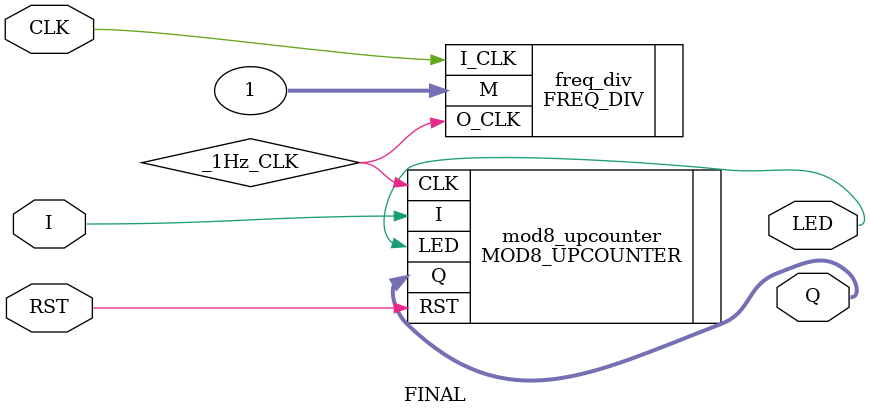
<source format=v>
`timescale 1ns / 1ps
`include "FREQ_DIV.v"
`include "MOD8_UPCOUNTER.v"

module FINAL(
   input I,
	input CLK, 
	input RST,
	output [2:0] Q,
   output LED
);
    wire _1Hz_CLK;
    FREQ_DIV freq_div(
        .I_CLK(CLK), 
        .M(1), 
        .O_CLK(_1Hz_CLK)
    );
    MOD8_UPCOUNTER mod8_upcounter(
        .CLK(_1Hz_CLK), 
        .I(I), 
        .RST(RST),
        .Q(Q),
        .LED(LED)
    );
endmodule
</source>
